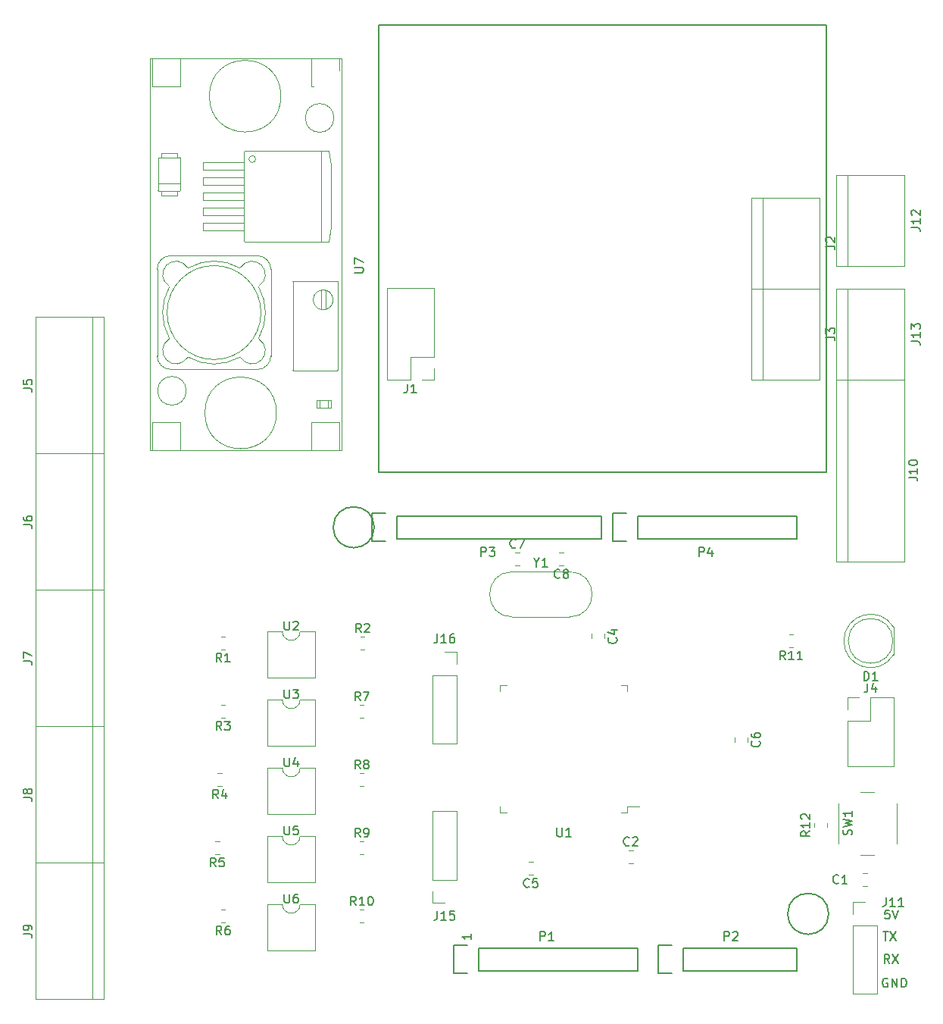
<source format=gbr>
%TF.GenerationSoftware,KiCad,Pcbnew,(5.1.12)-1*%
%TF.CreationDate,2022-07-12T11:00:18-05:00*%
%TF.ProjectId,mpe_v0.3,6d70655f-7630-42e3-932e-6b696361645f,rev?*%
%TF.SameCoordinates,Original*%
%TF.FileFunction,Legend,Top*%
%TF.FilePolarity,Positive*%
%FSLAX46Y46*%
G04 Gerber Fmt 4.6, Leading zero omitted, Abs format (unit mm)*
G04 Created by KiCad (PCBNEW (5.1.12)-1) date 2022-07-12 11:00:18*
%MOMM*%
%LPD*%
G01*
G04 APERTURE LIST*
%ADD10C,0.150000*%
%ADD11C,0.120000*%
G04 APERTURE END LIST*
D10*
X185928095Y-125992000D02*
X185832857Y-125944380D01*
X185690000Y-125944380D01*
X185547142Y-125992000D01*
X185451904Y-126087238D01*
X185404285Y-126182476D01*
X185356666Y-126372952D01*
X185356666Y-126515809D01*
X185404285Y-126706285D01*
X185451904Y-126801523D01*
X185547142Y-126896761D01*
X185690000Y-126944380D01*
X185785238Y-126944380D01*
X185928095Y-126896761D01*
X185975714Y-126849142D01*
X185975714Y-126515809D01*
X185785238Y-126515809D01*
X186404285Y-126944380D02*
X186404285Y-125944380D01*
X186975714Y-126944380D01*
X186975714Y-125944380D01*
X187451904Y-126944380D02*
X187451904Y-125944380D01*
X187690000Y-125944380D01*
X187832857Y-125992000D01*
X187928095Y-126087238D01*
X187975714Y-126182476D01*
X188023333Y-126372952D01*
X188023333Y-126515809D01*
X187975714Y-126706285D01*
X187928095Y-126801523D01*
X187832857Y-126896761D01*
X187690000Y-126944380D01*
X187451904Y-126944380D01*
X186142333Y-124277380D02*
X185809000Y-123801190D01*
X185570904Y-124277380D02*
X185570904Y-123277380D01*
X185951857Y-123277380D01*
X186047095Y-123325000D01*
X186094714Y-123372619D01*
X186142333Y-123467857D01*
X186142333Y-123610714D01*
X186094714Y-123705952D01*
X186047095Y-123753571D01*
X185951857Y-123801190D01*
X185570904Y-123801190D01*
X186475666Y-123277380D02*
X187142333Y-124277380D01*
X187142333Y-123277380D02*
X186475666Y-124277380D01*
X185420095Y-120737380D02*
X185991523Y-120737380D01*
X185705809Y-121737380D02*
X185705809Y-120737380D01*
X186229619Y-120737380D02*
X186896285Y-121737380D01*
X186896285Y-120737380D02*
X186229619Y-121737380D01*
X186118523Y-118324380D02*
X185642333Y-118324380D01*
X185594714Y-118800571D01*
X185642333Y-118752952D01*
X185737571Y-118705333D01*
X185975666Y-118705333D01*
X186070904Y-118752952D01*
X186118523Y-118800571D01*
X186166142Y-118895809D01*
X186166142Y-119133904D01*
X186118523Y-119229142D01*
X186070904Y-119276761D01*
X185975666Y-119324380D01*
X185737571Y-119324380D01*
X185642333Y-119276761D01*
X185594714Y-119229142D01*
X186451857Y-118324380D02*
X186785190Y-119324380D01*
X187118523Y-118324380D01*
X179051000Y-19450000D02*
X179051000Y-69450000D01*
X129051000Y-19450000D02*
X179051000Y-19450000D01*
X129051000Y-69450000D02*
X129051000Y-19450000D01*
X179051000Y-69450000D02*
X129051000Y-69450000D01*
X139390380Y-120999285D02*
X139390380Y-121570714D01*
X139390380Y-121285000D02*
X138390380Y-121285000D01*
X138533238Y-121380238D01*
X138628476Y-121475476D01*
X138676095Y-121570714D01*
D11*
%TO.C,C2*%
X156943248Y-113130000D02*
X157465752Y-113130000D01*
X156943248Y-111660000D02*
X157465752Y-111660000D01*
%TO.C,J16*%
X136398000Y-89475000D02*
X137728000Y-89475000D01*
X137728000Y-89475000D02*
X137728000Y-90805000D01*
X137728000Y-92075000D02*
X137728000Y-99755000D01*
X135068000Y-99755000D02*
X137728000Y-99755000D01*
X135068000Y-92075000D02*
X135068000Y-99755000D01*
X135068000Y-92075000D02*
X137728000Y-92075000D01*
%TO.C,J15*%
X137728000Y-114935000D02*
X135068000Y-114935000D01*
X137728000Y-114935000D02*
X137728000Y-107255000D01*
X137728000Y-107255000D02*
X135068000Y-107255000D01*
X135068000Y-114935000D02*
X135068000Y-107255000D01*
X135068000Y-117535000D02*
X135068000Y-116205000D01*
X136398000Y-117535000D02*
X135068000Y-117535000D01*
%TO.C,Y1*%
X143966000Y-85583000D02*
X150366000Y-85583000D01*
X143966000Y-80533000D02*
X150366000Y-80533000D01*
X150366000Y-85583000D02*
G75*
G03*
X150366000Y-80533000I0J2525000D01*
G01*
X143966000Y-85583000D02*
G75*
G02*
X143966000Y-80533000I0J2525000D01*
G01*
%TO.C,C8*%
X149718752Y-78386000D02*
X149196248Y-78386000D01*
X149718752Y-79856000D02*
X149196248Y-79856000D01*
%TO.C,C7*%
X144243248Y-79856000D02*
X144765752Y-79856000D01*
X144243248Y-78386000D02*
X144765752Y-78386000D01*
%TO.C,J11*%
X182058000Y-117415000D02*
X183388000Y-117415000D01*
X182058000Y-118745000D02*
X182058000Y-117415000D01*
X182058000Y-120015000D02*
X184718000Y-120015000D01*
X184718000Y-120015000D02*
X184718000Y-127695000D01*
X182058000Y-120015000D02*
X182058000Y-127695000D01*
X182058000Y-127695000D02*
X184718000Y-127695000D01*
%TO.C,C6*%
X168810000Y-99031248D02*
X168810000Y-99553752D01*
X170280000Y-99031248D02*
X170280000Y-99553752D01*
%TO.C,C5*%
X146289752Y-112930000D02*
X145767248Y-112930000D01*
X146289752Y-114400000D02*
X145767248Y-114400000D01*
%TO.C,C4*%
X154278000Y-87474248D02*
X154278000Y-87996752D01*
X152808000Y-87474248D02*
X152808000Y-87996752D01*
%TO.C,SW1*%
X182928000Y-112160000D02*
X184428000Y-112160000D01*
X186928000Y-110910000D02*
X186928000Y-106410000D01*
X184428000Y-105160000D02*
X182928000Y-105160000D01*
X180428000Y-106410000D02*
X180428000Y-110910000D01*
%TO.C,R12*%
X179170000Y-109082064D02*
X179170000Y-108627936D01*
X177700000Y-109082064D02*
X177700000Y-108627936D01*
%TO.C,C1*%
X183126748Y-115670000D02*
X183649252Y-115670000D01*
X183126748Y-114200000D02*
X183649252Y-114200000D01*
%TO.C,R11*%
X175360064Y-87530000D02*
X174905936Y-87530000D01*
X175360064Y-89000000D02*
X174905936Y-89000000D01*
%TO.C,D1*%
X186583000Y-89810000D02*
X186583000Y-86720000D01*
X186523000Y-88265000D02*
G75*
G03*
X186523000Y-88265000I-2500000J0D01*
G01*
X181033000Y-88265462D02*
G75*
G02*
X186583000Y-86720170I2990000J462D01*
G01*
X181033000Y-88264538D02*
G75*
G03*
X186583000Y-89809830I2990000J-462D01*
G01*
%TO.C,U1*%
X156843000Y-106740000D02*
X158133000Y-106740000D01*
X156843000Y-107440000D02*
X156843000Y-106740000D01*
X156143000Y-107440000D02*
X156843000Y-107440000D01*
X142623000Y-107440000D02*
X142623000Y-106740000D01*
X143323000Y-107440000D02*
X142623000Y-107440000D01*
X156843000Y-93220000D02*
X156843000Y-93920000D01*
X156143000Y-93220000D02*
X156843000Y-93220000D01*
X142623000Y-93220000D02*
X142623000Y-93920000D01*
X143323000Y-93220000D02*
X142623000Y-93220000D01*
%TO.C,U7*%
X121793000Y-26345000D02*
X121483000Y-26345000D01*
X124643000Y-23215000D02*
X124643000Y-24515000D01*
X121488000Y-23215000D02*
X121483000Y-26345000D01*
X106863000Y-23215000D02*
X106863000Y-26345000D01*
X106863000Y-26345000D02*
X103703000Y-26345000D01*
X103703000Y-23215000D02*
X103703000Y-26345000D01*
X124643000Y-63825000D02*
X124643000Y-66940000D01*
X121483000Y-63825000D02*
X121483000Y-66985000D01*
X121483000Y-63825000D02*
X124643000Y-63825000D01*
X106863000Y-63825000D02*
X106863000Y-66940000D01*
X103703000Y-63825000D02*
X103703000Y-66940000D01*
X103703000Y-63825000D02*
X106863000Y-63825000D01*
X115283406Y-34438179D02*
G75*
G03*
X115283406Y-34438179I-375000J0D01*
G01*
X107517000Y-60325000D02*
G75*
G03*
X107517000Y-60325000I-1599000J0D01*
G01*
X124026999Y-29845000D02*
G75*
G03*
X124026999Y-29845000I-1598999J0D01*
G01*
X115877204Y-51582397D02*
G75*
G03*
X115877204Y-51582397I-5250000J0D01*
G01*
X117607794Y-62794307D02*
G75*
G03*
X117607794Y-62794307I-4000000J0D01*
G01*
X118105582Y-27411666D02*
G75*
G03*
X118105582Y-27411666I-4000000J0D01*
G01*
X106268304Y-38047636D02*
X106362856Y-38047636D01*
X106779783Y-37176358D02*
X104479783Y-37176358D01*
X109366330Y-34775233D02*
X113996330Y-34775233D01*
X109366330Y-35615233D02*
X113996330Y-35615233D01*
X109366330Y-34775233D02*
X109366330Y-35615233D01*
X109366330Y-36475233D02*
X113996330Y-36475233D01*
X109366330Y-37315233D02*
X113996330Y-37315233D01*
X109366330Y-36475233D02*
X109366330Y-37315233D01*
X109366330Y-38175233D02*
X113996330Y-38175233D01*
X109366330Y-39015233D02*
X113996330Y-39015233D01*
X109366330Y-38175233D02*
X109366330Y-39015233D01*
X109366330Y-39875233D02*
X113996330Y-39875233D01*
X109366330Y-40715233D02*
X113996330Y-40715233D01*
X109366330Y-39875233D02*
X109366330Y-40715233D01*
X109366330Y-41575233D02*
X113996330Y-41575233D01*
X109366330Y-42415233D02*
X113996330Y-42415233D01*
X109366330Y-41575233D02*
X109366330Y-42415233D01*
X122058851Y-33514233D02*
X121897313Y-33514233D01*
X114073894Y-33515233D02*
X123425390Y-33515233D01*
X114073894Y-33515233D02*
X113996330Y-33592797D01*
X113996330Y-33592797D02*
X113996330Y-43597670D01*
X114073894Y-43675233D02*
X123425390Y-43675233D01*
X113996330Y-43597670D02*
X114073894Y-43675233D01*
X122636330Y-43675233D02*
X122636330Y-33515233D01*
X123425390Y-33515233D02*
X123716329Y-35165233D01*
X123716329Y-35165233D02*
X123716329Y-42025233D01*
X123716329Y-42025233D02*
X123425390Y-43675233D01*
X104479783Y-34246636D02*
X106779783Y-34246636D01*
X104379783Y-37946636D02*
X104379783Y-34346636D01*
X106779783Y-38046636D02*
X104479783Y-38046636D01*
X106879783Y-34346636D02*
X106879783Y-37946636D01*
X106504783Y-38496636D02*
X104754783Y-38496636D01*
X104754783Y-38496636D02*
X104754783Y-38046636D01*
X106504783Y-38046636D02*
X106504783Y-38496636D01*
X104754783Y-34246636D02*
X104754783Y-33796636D01*
X104754783Y-33796636D02*
X106504783Y-33796636D01*
X106504783Y-33796636D02*
X106504783Y-34246636D01*
X103448000Y-23210000D02*
X103448000Y-66960000D01*
X124898000Y-23210000D02*
X103448000Y-23210000D01*
X124898000Y-66960000D02*
X124898000Y-23210000D01*
X103448000Y-66960000D02*
X124898000Y-66960000D01*
X123682704Y-62213681D02*
X123682704Y-61413681D01*
X123362704Y-61413681D02*
X123362704Y-62213681D01*
X115477204Y-45232397D02*
X105777204Y-45232397D01*
X116977204Y-56432397D02*
X116977204Y-46732397D01*
X105777204Y-57932397D02*
X115477204Y-57932397D01*
X104277204Y-46732397D02*
X104277204Y-56432397D01*
X122580706Y-49125553D02*
X122580706Y-51204014D01*
X123080705Y-51204014D02*
X123080705Y-49125553D01*
X123112100Y-49101385D02*
X123080705Y-49125553D01*
X123055706Y-49113594D02*
X123080705Y-49125553D01*
X123055706Y-49113594D02*
X123060938Y-49089147D01*
X123055706Y-49113594D02*
X123086925Y-49120764D01*
X124430705Y-48114783D02*
X124430705Y-58014783D01*
X119480706Y-48064783D02*
X124380705Y-48064783D01*
X119430706Y-58014783D02*
X119430706Y-48114783D01*
X124380705Y-58064783D02*
X119480706Y-58064783D01*
X124431705Y-56623978D02*
X124431705Y-56579106D01*
X124431705Y-56707312D02*
X124431705Y-56673357D01*
X122402705Y-62213681D02*
X122402705Y-61413681D01*
X122082705Y-62213681D02*
X122082705Y-61413681D01*
X123682704Y-62213681D02*
X122082705Y-62213681D01*
X122082705Y-61413681D02*
X123682704Y-61413681D01*
X104379783Y-34346636D02*
G75*
G02*
X104479783Y-34246636I100000J0D01*
G01*
X104479783Y-38046636D02*
G75*
G02*
X104379783Y-37946636I0J100000D01*
G01*
X106879783Y-37946636D02*
G75*
G02*
X106779783Y-38046636I-100000J0D01*
G01*
X106779783Y-34246636D02*
G75*
G02*
X106879783Y-34346636I0J-100000D01*
G01*
X113462816Y-56584577D02*
G75*
G02*
X113596989Y-56618662I49316J-86994D01*
G01*
X105625024Y-54418011D02*
G75*
G02*
X105625024Y-48746783I5002180J2835614D01*
G01*
X107657418Y-56618663D02*
G75*
G02*
X107791590Y-56584576I84857J-52908D01*
G01*
X113462817Y-56584576D02*
G75*
G02*
X107791590Y-56584576I-2835613J5002179D01*
G01*
X105777204Y-57932397D02*
G75*
G02*
X104277204Y-56432397I0J1500000D01*
G01*
X115663469Y-54552183D02*
G75*
G02*
X113596989Y-56618662I-793625J-1272855D01*
G01*
X105590938Y-48612611D02*
G75*
G02*
X105625024Y-48746783I-52908J-84857D01*
G01*
X115477204Y-45232397D02*
G75*
G02*
X116977204Y-46732397I0J-1500000D01*
G01*
X116977204Y-56432397D02*
G75*
G02*
X115477204Y-57932397I-1500000J0D01*
G01*
X104277204Y-46732397D02*
G75*
G02*
X105777204Y-45232397I1500000J0D01*
G01*
X105625025Y-54418011D02*
G75*
G02*
X105590938Y-54552183I-86995J-49315D01*
G01*
X105590938Y-48612611D02*
G75*
G02*
X107657418Y-46546132I793625J1272855D01*
G01*
X107791590Y-46580218D02*
G75*
G02*
X113462817Y-46580218I2835614J-5002179D01*
G01*
X115629383Y-48746784D02*
G75*
G02*
X115629383Y-54418011I-5002179J-2835613D01*
G01*
X107657418Y-56618662D02*
G75*
G02*
X105590938Y-54552183I-1272855J793624D01*
G01*
X113596989Y-46546132D02*
G75*
G02*
X115663469Y-48612611I1272855J-793624D01*
G01*
X115629382Y-48746783D02*
G75*
G02*
X115663469Y-48612611I86995J49315D01*
G01*
X113596989Y-46546131D02*
G75*
G02*
X113462817Y-46580218I-84857J52908D01*
G01*
X107791591Y-46580217D02*
G75*
G02*
X107657418Y-46546132I-49316J86994D01*
G01*
X115663469Y-54552183D02*
G75*
G02*
X115629383Y-54418011I52908J84857D01*
G01*
X122600473Y-49089147D02*
G75*
G02*
X122549310Y-49101385I230233J-1075636D01*
G01*
X119480706Y-58064783D02*
G75*
G02*
X119430706Y-58014783I0J50000D01*
G01*
X124380705Y-48064783D02*
G75*
G02*
X124430705Y-48114783I0J-50000D01*
G01*
X119430706Y-48114783D02*
G75*
G02*
X119480706Y-48064783I50000J0D01*
G01*
X124430705Y-58014783D02*
G75*
G02*
X124380705Y-58064783I-50000J0D01*
G01*
%TO.C,J13*%
X181483000Y-59055000D02*
X181483000Y-48895000D01*
X180213000Y-59055000D02*
X187833000Y-59055000D01*
X187833000Y-59055000D02*
X187833000Y-48895000D01*
X187833000Y-48895000D02*
X180213000Y-48895000D01*
X180213000Y-48895000D02*
X180213000Y-59055000D01*
%TO.C,J12*%
X181483000Y-46355000D02*
X181483000Y-36195000D01*
X180213000Y-46355000D02*
X187833000Y-46355000D01*
X187833000Y-46355000D02*
X187833000Y-36195000D01*
X187833000Y-36195000D02*
X180213000Y-36195000D01*
X180213000Y-36195000D02*
X180213000Y-46355000D01*
%TO.C,U6*%
X121903000Y-117669000D02*
X120253000Y-117669000D01*
X121903000Y-122869000D02*
X121903000Y-117669000D01*
X116603000Y-122869000D02*
X121903000Y-122869000D01*
X116603000Y-117669000D02*
X116603000Y-122869000D01*
X118253000Y-117669000D02*
X116603000Y-117669000D01*
X120253000Y-117669000D02*
G75*
G02*
X118253000Y-117669000I-1000000J0D01*
G01*
%TO.C,U5*%
X121903000Y-110049000D02*
X120253000Y-110049000D01*
X121903000Y-115249000D02*
X121903000Y-110049000D01*
X116603000Y-115249000D02*
X121903000Y-115249000D01*
X116603000Y-110049000D02*
X116603000Y-115249000D01*
X118253000Y-110049000D02*
X116603000Y-110049000D01*
X120253000Y-110049000D02*
G75*
G02*
X118253000Y-110049000I-1000000J0D01*
G01*
%TO.C,U4*%
X121903000Y-102429000D02*
X120253000Y-102429000D01*
X121903000Y-107629000D02*
X121903000Y-102429000D01*
X116603000Y-107629000D02*
X121903000Y-107629000D01*
X116603000Y-102429000D02*
X116603000Y-107629000D01*
X118253000Y-102429000D02*
X116603000Y-102429000D01*
X120253000Y-102429000D02*
G75*
G02*
X118253000Y-102429000I-1000000J0D01*
G01*
%TO.C,U3*%
X121903000Y-94809000D02*
X120253000Y-94809000D01*
X121903000Y-100009000D02*
X121903000Y-94809000D01*
X116603000Y-100009000D02*
X121903000Y-100009000D01*
X116603000Y-94809000D02*
X116603000Y-100009000D01*
X118253000Y-94809000D02*
X116603000Y-94809000D01*
X120253000Y-94809000D02*
G75*
G02*
X118253000Y-94809000I-1000000J0D01*
G01*
%TO.C,U2*%
X121903000Y-87189000D02*
X120253000Y-87189000D01*
X121903000Y-92389000D02*
X121903000Y-87189000D01*
X116603000Y-92389000D02*
X121903000Y-92389000D01*
X116603000Y-87189000D02*
X116603000Y-92389000D01*
X118253000Y-87189000D02*
X116603000Y-87189000D01*
X120253000Y-87189000D02*
G75*
G02*
X118253000Y-87189000I-1000000J0D01*
G01*
%TO.C,R10*%
X126915936Y-118264000D02*
X127370064Y-118264000D01*
X126915936Y-119734000D02*
X127370064Y-119734000D01*
%TO.C,R9*%
X126915936Y-110644000D02*
X127370064Y-110644000D01*
X126915936Y-112114000D02*
X127370064Y-112114000D01*
%TO.C,R8*%
X126915936Y-103024000D02*
X127370064Y-103024000D01*
X126915936Y-104494000D02*
X127370064Y-104494000D01*
%TO.C,R7*%
X126915936Y-95404000D02*
X127370064Y-95404000D01*
X126915936Y-96874000D02*
X127370064Y-96874000D01*
%TO.C,R6*%
X111860064Y-119734000D02*
X111405936Y-119734000D01*
X111860064Y-118264000D02*
X111405936Y-118264000D01*
%TO.C,R5*%
X111225064Y-112114000D02*
X110770936Y-112114000D01*
X111225064Y-110644000D02*
X110770936Y-110644000D01*
%TO.C,R4*%
X111495064Y-104494000D02*
X111040936Y-104494000D01*
X111495064Y-103024000D02*
X111040936Y-103024000D01*
%TO.C,R3*%
X111860064Y-96874000D02*
X111405936Y-96874000D01*
X111860064Y-95404000D02*
X111405936Y-95404000D01*
%TO.C,R2*%
X127010936Y-87784000D02*
X127465064Y-87784000D01*
X127010936Y-89254000D02*
X127465064Y-89254000D01*
%TO.C,R1*%
X111860064Y-89254000D02*
X111405936Y-89254000D01*
X111860064Y-87784000D02*
X111405936Y-87784000D01*
%TO.C,J10*%
X187833000Y-59055000D02*
X180213000Y-59055000D01*
X180213000Y-79375000D02*
X187833000Y-79375000D01*
X181483000Y-79375000D02*
X181483000Y-59055000D01*
X187833000Y-59055000D02*
X187833000Y-79375000D01*
X180213000Y-59055000D02*
X180213000Y-79375000D01*
%TO.C,J9*%
X98298000Y-128270000D02*
X98298000Y-113030000D01*
X90678000Y-128270000D02*
X90678000Y-113030000D01*
X97028000Y-128270000D02*
X97028000Y-113030000D01*
X98298000Y-113030000D02*
X90678000Y-113030000D01*
X98298000Y-128270000D02*
X90678000Y-128270000D01*
%TO.C,J8*%
X98298000Y-113030000D02*
X98298000Y-97790000D01*
X90678000Y-113030000D02*
X90678000Y-97790000D01*
X97028000Y-113030000D02*
X97028000Y-97790000D01*
X98298000Y-97790000D02*
X90678000Y-97790000D01*
X98298000Y-113030000D02*
X90678000Y-113030000D01*
%TO.C,J7*%
X98298000Y-97790000D02*
X98298000Y-82550000D01*
X90678000Y-97790000D02*
X90678000Y-82550000D01*
X97028000Y-97790000D02*
X97028000Y-82550000D01*
X98298000Y-82550000D02*
X90678000Y-82550000D01*
X98298000Y-97790000D02*
X90678000Y-97790000D01*
%TO.C,J6*%
X98298000Y-82550000D02*
X98298000Y-67310000D01*
X90678000Y-82550000D02*
X90678000Y-67310000D01*
X97028000Y-82550000D02*
X97028000Y-67310000D01*
X98298000Y-67310000D02*
X90678000Y-67310000D01*
X98298000Y-82550000D02*
X90678000Y-82550000D01*
%TO.C,J5*%
X98298000Y-67310000D02*
X98298000Y-52070000D01*
X90678000Y-67310000D02*
X90678000Y-52070000D01*
X97028000Y-67310000D02*
X97028000Y-52070000D01*
X98298000Y-52070000D02*
X90678000Y-52070000D01*
X98298000Y-67310000D02*
X90678000Y-67310000D01*
%TO.C,J4*%
X181423000Y-94555000D02*
X182753000Y-94555000D01*
X181423000Y-95885000D02*
X181423000Y-94555000D01*
X184023000Y-94555000D02*
X186623000Y-94555000D01*
X184023000Y-97155000D02*
X184023000Y-94555000D01*
X181423000Y-97155000D02*
X184023000Y-97155000D01*
X186623000Y-94555000D02*
X186623000Y-102295000D01*
X181423000Y-97155000D02*
X181423000Y-102295000D01*
X181423000Y-102295000D02*
X186623000Y-102295000D01*
%TO.C,J3*%
X170688000Y-48895000D02*
X170688000Y-59055000D01*
X178308000Y-48895000D02*
X170688000Y-48895000D01*
X178308000Y-59055000D02*
X178308000Y-48895000D01*
X170688000Y-59055000D02*
X178308000Y-59055000D01*
X171958000Y-59055000D02*
X171958000Y-48895000D01*
%TO.C,J2*%
X170688000Y-38735000D02*
X170688000Y-48895000D01*
X178308000Y-38735000D02*
X170688000Y-38735000D01*
X178308000Y-48895000D02*
X178308000Y-38735000D01*
X170688000Y-48895000D02*
X178308000Y-48895000D01*
X171958000Y-48895000D02*
X171958000Y-38735000D01*
%TO.C,J1*%
X135188000Y-59115000D02*
X133858000Y-59115000D01*
X135188000Y-57785000D02*
X135188000Y-59115000D01*
X132588000Y-59115000D02*
X129988000Y-59115000D01*
X132588000Y-56515000D02*
X132588000Y-59115000D01*
X135188000Y-56515000D02*
X132588000Y-56515000D01*
X129988000Y-59115000D02*
X129988000Y-48835000D01*
X135188000Y-56515000D02*
X135188000Y-48835000D01*
X135188000Y-48835000D02*
X129988000Y-48835000D01*
D10*
%TO.C,P1*%
X140208000Y-125095000D02*
X157988000Y-125095000D01*
X157988000Y-125095000D02*
X157988000Y-122555000D01*
X157988000Y-122555000D02*
X140208000Y-122555000D01*
X137388000Y-125375000D02*
X138938000Y-125375000D01*
X140208000Y-125095000D02*
X140208000Y-122555000D01*
X138938000Y-122275000D02*
X137388000Y-122275000D01*
X137388000Y-122275000D02*
X137388000Y-125375000D01*
%TO.C,P2*%
X163068000Y-125095000D02*
X175768000Y-125095000D01*
X175768000Y-125095000D02*
X175768000Y-122555000D01*
X175768000Y-122555000D02*
X163068000Y-122555000D01*
X160248000Y-125375000D02*
X161798000Y-125375000D01*
X163068000Y-125095000D02*
X163068000Y-122555000D01*
X161798000Y-122275000D02*
X160248000Y-122275000D01*
X160248000Y-122275000D02*
X160248000Y-125375000D01*
%TO.C,P3*%
X131064000Y-76835000D02*
X153924000Y-76835000D01*
X153924000Y-76835000D02*
X153924000Y-74295000D01*
X153924000Y-74295000D02*
X131064000Y-74295000D01*
X128244000Y-77115000D02*
X129794000Y-77115000D01*
X131064000Y-76835000D02*
X131064000Y-74295000D01*
X129794000Y-74015000D02*
X128244000Y-74015000D01*
X128244000Y-74015000D02*
X128244000Y-77115000D01*
%TO.C,P4*%
X157988000Y-76835000D02*
X175768000Y-76835000D01*
X175768000Y-76835000D02*
X175768000Y-74295000D01*
X175768000Y-74295000D02*
X157988000Y-74295000D01*
X155168000Y-77115000D02*
X156718000Y-77115000D01*
X157988000Y-76835000D02*
X157988000Y-74295000D01*
X156718000Y-74015000D02*
X155168000Y-74015000D01*
X155168000Y-74015000D02*
X155168000Y-77115000D01*
%TO.C,P6*%
X179324000Y-118745000D02*
G75*
G03*
X179324000Y-118745000I-2286000J0D01*
G01*
%TO.C,P7*%
X128524000Y-75565000D02*
G75*
G03*
X128524000Y-75565000I-2286000J0D01*
G01*
%TO.C,C2*%
X157037833Y-111072142D02*
X156990214Y-111119761D01*
X156847357Y-111167380D01*
X156752119Y-111167380D01*
X156609261Y-111119761D01*
X156514023Y-111024523D01*
X156466404Y-110929285D01*
X156418785Y-110738809D01*
X156418785Y-110595952D01*
X156466404Y-110405476D01*
X156514023Y-110310238D01*
X156609261Y-110215000D01*
X156752119Y-110167380D01*
X156847357Y-110167380D01*
X156990214Y-110215000D01*
X157037833Y-110262619D01*
X157418785Y-110262619D02*
X157466404Y-110215000D01*
X157561642Y-110167380D01*
X157799738Y-110167380D01*
X157894976Y-110215000D01*
X157942595Y-110262619D01*
X157990214Y-110357857D01*
X157990214Y-110453095D01*
X157942595Y-110595952D01*
X157371166Y-111167380D01*
X157990214Y-111167380D01*
%TO.C,J16*%
X135588476Y-87487380D02*
X135588476Y-88201666D01*
X135540857Y-88344523D01*
X135445619Y-88439761D01*
X135302761Y-88487380D01*
X135207523Y-88487380D01*
X136588476Y-88487380D02*
X136017047Y-88487380D01*
X136302761Y-88487380D02*
X136302761Y-87487380D01*
X136207523Y-87630238D01*
X136112285Y-87725476D01*
X136017047Y-87773095D01*
X137445619Y-87487380D02*
X137255142Y-87487380D01*
X137159904Y-87535000D01*
X137112285Y-87582619D01*
X137017047Y-87725476D01*
X136969428Y-87915952D01*
X136969428Y-88296904D01*
X137017047Y-88392142D01*
X137064666Y-88439761D01*
X137159904Y-88487380D01*
X137350380Y-88487380D01*
X137445619Y-88439761D01*
X137493238Y-88392142D01*
X137540857Y-88296904D01*
X137540857Y-88058809D01*
X137493238Y-87963571D01*
X137445619Y-87915952D01*
X137350380Y-87868333D01*
X137159904Y-87868333D01*
X137064666Y-87915952D01*
X137017047Y-87963571D01*
X136969428Y-88058809D01*
%TO.C,J15*%
X135588476Y-118427380D02*
X135588476Y-119141666D01*
X135540857Y-119284523D01*
X135445619Y-119379761D01*
X135302761Y-119427380D01*
X135207523Y-119427380D01*
X136588476Y-119427380D02*
X136017047Y-119427380D01*
X136302761Y-119427380D02*
X136302761Y-118427380D01*
X136207523Y-118570238D01*
X136112285Y-118665476D01*
X136017047Y-118713095D01*
X137493238Y-118427380D02*
X137017047Y-118427380D01*
X136969428Y-118903571D01*
X137017047Y-118855952D01*
X137112285Y-118808333D01*
X137350380Y-118808333D01*
X137445619Y-118855952D01*
X137493238Y-118903571D01*
X137540857Y-118998809D01*
X137540857Y-119236904D01*
X137493238Y-119332142D01*
X137445619Y-119379761D01*
X137350380Y-119427380D01*
X137112285Y-119427380D01*
X137017047Y-119379761D01*
X136969428Y-119332142D01*
%TO.C,Y1*%
X146689809Y-79509190D02*
X146689809Y-79985380D01*
X146356476Y-78985380D02*
X146689809Y-79509190D01*
X147023142Y-78985380D01*
X147880285Y-79985380D02*
X147308857Y-79985380D01*
X147594571Y-79985380D02*
X147594571Y-78985380D01*
X147499333Y-79128238D01*
X147404095Y-79223476D01*
X147308857Y-79271095D01*
%TO.C,C8*%
X149290833Y-81158142D02*
X149243214Y-81205761D01*
X149100357Y-81253380D01*
X149005119Y-81253380D01*
X148862261Y-81205761D01*
X148767023Y-81110523D01*
X148719404Y-81015285D01*
X148671785Y-80824809D01*
X148671785Y-80681952D01*
X148719404Y-80491476D01*
X148767023Y-80396238D01*
X148862261Y-80301000D01*
X149005119Y-80253380D01*
X149100357Y-80253380D01*
X149243214Y-80301000D01*
X149290833Y-80348619D01*
X149862261Y-80681952D02*
X149767023Y-80634333D01*
X149719404Y-80586714D01*
X149671785Y-80491476D01*
X149671785Y-80443857D01*
X149719404Y-80348619D01*
X149767023Y-80301000D01*
X149862261Y-80253380D01*
X150052738Y-80253380D01*
X150147976Y-80301000D01*
X150195595Y-80348619D01*
X150243214Y-80443857D01*
X150243214Y-80491476D01*
X150195595Y-80586714D01*
X150147976Y-80634333D01*
X150052738Y-80681952D01*
X149862261Y-80681952D01*
X149767023Y-80729571D01*
X149719404Y-80777190D01*
X149671785Y-80872428D01*
X149671785Y-81062904D01*
X149719404Y-81158142D01*
X149767023Y-81205761D01*
X149862261Y-81253380D01*
X150052738Y-81253380D01*
X150147976Y-81205761D01*
X150195595Y-81158142D01*
X150243214Y-81062904D01*
X150243214Y-80872428D01*
X150195595Y-80777190D01*
X150147976Y-80729571D01*
X150052738Y-80681952D01*
%TO.C,C7*%
X144337833Y-77798142D02*
X144290214Y-77845761D01*
X144147357Y-77893380D01*
X144052119Y-77893380D01*
X143909261Y-77845761D01*
X143814023Y-77750523D01*
X143766404Y-77655285D01*
X143718785Y-77464809D01*
X143718785Y-77321952D01*
X143766404Y-77131476D01*
X143814023Y-77036238D01*
X143909261Y-76941000D01*
X144052119Y-76893380D01*
X144147357Y-76893380D01*
X144290214Y-76941000D01*
X144337833Y-76988619D01*
X144671166Y-76893380D02*
X145337833Y-76893380D01*
X144909261Y-77893380D01*
%TO.C,J11*%
X185753476Y-116927380D02*
X185753476Y-117641666D01*
X185705857Y-117784523D01*
X185610619Y-117879761D01*
X185467761Y-117927380D01*
X185372523Y-117927380D01*
X186753476Y-117927380D02*
X186182047Y-117927380D01*
X186467761Y-117927380D02*
X186467761Y-116927380D01*
X186372523Y-117070238D01*
X186277285Y-117165476D01*
X186182047Y-117213095D01*
X187705857Y-117927380D02*
X187134428Y-117927380D01*
X187420142Y-117927380D02*
X187420142Y-116927380D01*
X187324904Y-117070238D01*
X187229666Y-117165476D01*
X187134428Y-117213095D01*
%TO.C,C6*%
X171582142Y-99459166D02*
X171629761Y-99506785D01*
X171677380Y-99649642D01*
X171677380Y-99744880D01*
X171629761Y-99887738D01*
X171534523Y-99982976D01*
X171439285Y-100030595D01*
X171248809Y-100078214D01*
X171105952Y-100078214D01*
X170915476Y-100030595D01*
X170820238Y-99982976D01*
X170725000Y-99887738D01*
X170677380Y-99744880D01*
X170677380Y-99649642D01*
X170725000Y-99506785D01*
X170772619Y-99459166D01*
X170677380Y-98602023D02*
X170677380Y-98792500D01*
X170725000Y-98887738D01*
X170772619Y-98935357D01*
X170915476Y-99030595D01*
X171105952Y-99078214D01*
X171486904Y-99078214D01*
X171582142Y-99030595D01*
X171629761Y-98982976D01*
X171677380Y-98887738D01*
X171677380Y-98697261D01*
X171629761Y-98602023D01*
X171582142Y-98554404D01*
X171486904Y-98506785D01*
X171248809Y-98506785D01*
X171153571Y-98554404D01*
X171105952Y-98602023D01*
X171058333Y-98697261D01*
X171058333Y-98887738D01*
X171105952Y-98982976D01*
X171153571Y-99030595D01*
X171248809Y-99078214D01*
%TO.C,C5*%
X145861833Y-115702142D02*
X145814214Y-115749761D01*
X145671357Y-115797380D01*
X145576119Y-115797380D01*
X145433261Y-115749761D01*
X145338023Y-115654523D01*
X145290404Y-115559285D01*
X145242785Y-115368809D01*
X145242785Y-115225952D01*
X145290404Y-115035476D01*
X145338023Y-114940238D01*
X145433261Y-114845000D01*
X145576119Y-114797380D01*
X145671357Y-114797380D01*
X145814214Y-114845000D01*
X145861833Y-114892619D01*
X146766595Y-114797380D02*
X146290404Y-114797380D01*
X146242785Y-115273571D01*
X146290404Y-115225952D01*
X146385642Y-115178333D01*
X146623738Y-115178333D01*
X146718976Y-115225952D01*
X146766595Y-115273571D01*
X146814214Y-115368809D01*
X146814214Y-115606904D01*
X146766595Y-115702142D01*
X146718976Y-115749761D01*
X146623738Y-115797380D01*
X146385642Y-115797380D01*
X146290404Y-115749761D01*
X146242785Y-115702142D01*
%TO.C,C4*%
X155580142Y-87902166D02*
X155627761Y-87949785D01*
X155675380Y-88092642D01*
X155675380Y-88187880D01*
X155627761Y-88330738D01*
X155532523Y-88425976D01*
X155437285Y-88473595D01*
X155246809Y-88521214D01*
X155103952Y-88521214D01*
X154913476Y-88473595D01*
X154818238Y-88425976D01*
X154723000Y-88330738D01*
X154675380Y-88187880D01*
X154675380Y-88092642D01*
X154723000Y-87949785D01*
X154770619Y-87902166D01*
X155008714Y-87045023D02*
X155675380Y-87045023D01*
X154627761Y-87283119D02*
X155342047Y-87521214D01*
X155342047Y-86902166D01*
%TO.C,SW1*%
X181887761Y-109918333D02*
X181935380Y-109775476D01*
X181935380Y-109537380D01*
X181887761Y-109442142D01*
X181840142Y-109394523D01*
X181744904Y-109346904D01*
X181649666Y-109346904D01*
X181554428Y-109394523D01*
X181506809Y-109442142D01*
X181459190Y-109537380D01*
X181411571Y-109727857D01*
X181363952Y-109823095D01*
X181316333Y-109870714D01*
X181221095Y-109918333D01*
X181125857Y-109918333D01*
X181030619Y-109870714D01*
X180983000Y-109823095D01*
X180935380Y-109727857D01*
X180935380Y-109489761D01*
X180983000Y-109346904D01*
X180935380Y-109013571D02*
X181935380Y-108775476D01*
X181221095Y-108585000D01*
X181935380Y-108394523D01*
X180935380Y-108156428D01*
X181935380Y-107251666D02*
X181935380Y-107823095D01*
X181935380Y-107537380D02*
X180935380Y-107537380D01*
X181078238Y-107632619D01*
X181173476Y-107727857D01*
X181221095Y-107823095D01*
%TO.C,R12*%
X177237380Y-109497857D02*
X176761190Y-109831190D01*
X177237380Y-110069285D02*
X176237380Y-110069285D01*
X176237380Y-109688333D01*
X176285000Y-109593095D01*
X176332619Y-109545476D01*
X176427857Y-109497857D01*
X176570714Y-109497857D01*
X176665952Y-109545476D01*
X176713571Y-109593095D01*
X176761190Y-109688333D01*
X176761190Y-110069285D01*
X177237380Y-108545476D02*
X177237380Y-109116904D01*
X177237380Y-108831190D02*
X176237380Y-108831190D01*
X176380238Y-108926428D01*
X176475476Y-109021666D01*
X176523095Y-109116904D01*
X176332619Y-108164523D02*
X176285000Y-108116904D01*
X176237380Y-108021666D01*
X176237380Y-107783571D01*
X176285000Y-107688333D01*
X176332619Y-107640714D01*
X176427857Y-107593095D01*
X176523095Y-107593095D01*
X176665952Y-107640714D01*
X177237380Y-108212142D01*
X177237380Y-107593095D01*
%TO.C,C1*%
X180448833Y-115292142D02*
X180401214Y-115339761D01*
X180258357Y-115387380D01*
X180163119Y-115387380D01*
X180020261Y-115339761D01*
X179925023Y-115244523D01*
X179877404Y-115149285D01*
X179829785Y-114958809D01*
X179829785Y-114815952D01*
X179877404Y-114625476D01*
X179925023Y-114530238D01*
X180020261Y-114435000D01*
X180163119Y-114387380D01*
X180258357Y-114387380D01*
X180401214Y-114435000D01*
X180448833Y-114482619D01*
X181401214Y-115387380D02*
X180829785Y-115387380D01*
X181115500Y-115387380D02*
X181115500Y-114387380D01*
X181020261Y-114530238D01*
X180925023Y-114625476D01*
X180829785Y-114673095D01*
%TO.C,R11*%
X174490142Y-90367380D02*
X174156809Y-89891190D01*
X173918714Y-90367380D02*
X173918714Y-89367380D01*
X174299666Y-89367380D01*
X174394904Y-89415000D01*
X174442523Y-89462619D01*
X174490142Y-89557857D01*
X174490142Y-89700714D01*
X174442523Y-89795952D01*
X174394904Y-89843571D01*
X174299666Y-89891190D01*
X173918714Y-89891190D01*
X175442523Y-90367380D02*
X174871095Y-90367380D01*
X175156809Y-90367380D02*
X175156809Y-89367380D01*
X175061571Y-89510238D01*
X174966333Y-89605476D01*
X174871095Y-89653095D01*
X176394904Y-90367380D02*
X175823476Y-90367380D01*
X176109190Y-90367380D02*
X176109190Y-89367380D01*
X176013952Y-89510238D01*
X175918714Y-89605476D01*
X175823476Y-89653095D01*
%TO.C,D1*%
X183284904Y-92677380D02*
X183284904Y-91677380D01*
X183523000Y-91677380D01*
X183665857Y-91725000D01*
X183761095Y-91820238D01*
X183808714Y-91915476D01*
X183856333Y-92105952D01*
X183856333Y-92248809D01*
X183808714Y-92439285D01*
X183761095Y-92534523D01*
X183665857Y-92629761D01*
X183523000Y-92677380D01*
X183284904Y-92677380D01*
X184808714Y-92677380D02*
X184237285Y-92677380D01*
X184523000Y-92677380D02*
X184523000Y-91677380D01*
X184427761Y-91820238D01*
X184332523Y-91915476D01*
X184237285Y-91963095D01*
%TO.C,U1*%
X148971095Y-109132380D02*
X148971095Y-109941904D01*
X149018714Y-110037142D01*
X149066333Y-110084761D01*
X149161571Y-110132380D01*
X149352047Y-110132380D01*
X149447285Y-110084761D01*
X149494904Y-110037142D01*
X149542523Y-109941904D01*
X149542523Y-109132380D01*
X150542523Y-110132380D02*
X149971095Y-110132380D01*
X150256809Y-110132380D02*
X150256809Y-109132380D01*
X150161571Y-109275238D01*
X150066333Y-109370476D01*
X149971095Y-109418095D01*
%TO.C,U7*%
X126325380Y-47116904D02*
X127134904Y-47116904D01*
X127230142Y-47069285D01*
X127277761Y-47021666D01*
X127325380Y-46926428D01*
X127325380Y-46735952D01*
X127277761Y-46640714D01*
X127230142Y-46593095D01*
X127134904Y-46545476D01*
X126325380Y-46545476D01*
X126325380Y-46164523D02*
X126325380Y-45497857D01*
X127325380Y-45926428D01*
%TO.C,J13*%
X188555380Y-54784523D02*
X189269666Y-54784523D01*
X189412523Y-54832142D01*
X189507761Y-54927380D01*
X189555380Y-55070238D01*
X189555380Y-55165476D01*
X189555380Y-53784523D02*
X189555380Y-54355952D01*
X189555380Y-54070238D02*
X188555380Y-54070238D01*
X188698238Y-54165476D01*
X188793476Y-54260714D01*
X188841095Y-54355952D01*
X188555380Y-53451190D02*
X188555380Y-52832142D01*
X188936333Y-53165476D01*
X188936333Y-53022619D01*
X188983952Y-52927380D01*
X189031571Y-52879761D01*
X189126809Y-52832142D01*
X189364904Y-52832142D01*
X189460142Y-52879761D01*
X189507761Y-52927380D01*
X189555380Y-53022619D01*
X189555380Y-53308333D01*
X189507761Y-53403571D01*
X189460142Y-53451190D01*
%TO.C,J12*%
X188555380Y-42084523D02*
X189269666Y-42084523D01*
X189412523Y-42132142D01*
X189507761Y-42227380D01*
X189555380Y-42370238D01*
X189555380Y-42465476D01*
X189555380Y-41084523D02*
X189555380Y-41655952D01*
X189555380Y-41370238D02*
X188555380Y-41370238D01*
X188698238Y-41465476D01*
X188793476Y-41560714D01*
X188841095Y-41655952D01*
X188650619Y-40703571D02*
X188603000Y-40655952D01*
X188555380Y-40560714D01*
X188555380Y-40322619D01*
X188603000Y-40227380D01*
X188650619Y-40179761D01*
X188745857Y-40132142D01*
X188841095Y-40132142D01*
X188983952Y-40179761D01*
X189555380Y-40751190D01*
X189555380Y-40132142D01*
%TO.C,U6*%
X118491095Y-116546380D02*
X118491095Y-117355904D01*
X118538714Y-117451142D01*
X118586333Y-117498761D01*
X118681571Y-117546380D01*
X118872047Y-117546380D01*
X118967285Y-117498761D01*
X119014904Y-117451142D01*
X119062523Y-117355904D01*
X119062523Y-116546380D01*
X119967285Y-116546380D02*
X119776809Y-116546380D01*
X119681571Y-116594000D01*
X119633952Y-116641619D01*
X119538714Y-116784476D01*
X119491095Y-116974952D01*
X119491095Y-117355904D01*
X119538714Y-117451142D01*
X119586333Y-117498761D01*
X119681571Y-117546380D01*
X119872047Y-117546380D01*
X119967285Y-117498761D01*
X120014904Y-117451142D01*
X120062523Y-117355904D01*
X120062523Y-117117809D01*
X120014904Y-117022571D01*
X119967285Y-116974952D01*
X119872047Y-116927333D01*
X119681571Y-116927333D01*
X119586333Y-116974952D01*
X119538714Y-117022571D01*
X119491095Y-117117809D01*
%TO.C,U5*%
X118491095Y-108926380D02*
X118491095Y-109735904D01*
X118538714Y-109831142D01*
X118586333Y-109878761D01*
X118681571Y-109926380D01*
X118872047Y-109926380D01*
X118967285Y-109878761D01*
X119014904Y-109831142D01*
X119062523Y-109735904D01*
X119062523Y-108926380D01*
X120014904Y-108926380D02*
X119538714Y-108926380D01*
X119491095Y-109402571D01*
X119538714Y-109354952D01*
X119633952Y-109307333D01*
X119872047Y-109307333D01*
X119967285Y-109354952D01*
X120014904Y-109402571D01*
X120062523Y-109497809D01*
X120062523Y-109735904D01*
X120014904Y-109831142D01*
X119967285Y-109878761D01*
X119872047Y-109926380D01*
X119633952Y-109926380D01*
X119538714Y-109878761D01*
X119491095Y-109831142D01*
%TO.C,U4*%
X118491095Y-101306380D02*
X118491095Y-102115904D01*
X118538714Y-102211142D01*
X118586333Y-102258761D01*
X118681571Y-102306380D01*
X118872047Y-102306380D01*
X118967285Y-102258761D01*
X119014904Y-102211142D01*
X119062523Y-102115904D01*
X119062523Y-101306380D01*
X119967285Y-101639714D02*
X119967285Y-102306380D01*
X119729190Y-101258761D02*
X119491095Y-101973047D01*
X120110142Y-101973047D01*
%TO.C,U3*%
X118491095Y-93686380D02*
X118491095Y-94495904D01*
X118538714Y-94591142D01*
X118586333Y-94638761D01*
X118681571Y-94686380D01*
X118872047Y-94686380D01*
X118967285Y-94638761D01*
X119014904Y-94591142D01*
X119062523Y-94495904D01*
X119062523Y-93686380D01*
X119443476Y-93686380D02*
X120062523Y-93686380D01*
X119729190Y-94067333D01*
X119872047Y-94067333D01*
X119967285Y-94114952D01*
X120014904Y-94162571D01*
X120062523Y-94257809D01*
X120062523Y-94495904D01*
X120014904Y-94591142D01*
X119967285Y-94638761D01*
X119872047Y-94686380D01*
X119586333Y-94686380D01*
X119491095Y-94638761D01*
X119443476Y-94591142D01*
%TO.C,U2*%
X118491095Y-86066380D02*
X118491095Y-86875904D01*
X118538714Y-86971142D01*
X118586333Y-87018761D01*
X118681571Y-87066380D01*
X118872047Y-87066380D01*
X118967285Y-87018761D01*
X119014904Y-86971142D01*
X119062523Y-86875904D01*
X119062523Y-86066380D01*
X119491095Y-86161619D02*
X119538714Y-86114000D01*
X119633952Y-86066380D01*
X119872047Y-86066380D01*
X119967285Y-86114000D01*
X120014904Y-86161619D01*
X120062523Y-86256857D01*
X120062523Y-86352095D01*
X120014904Y-86494952D01*
X119443476Y-87066380D01*
X120062523Y-87066380D01*
%TO.C,R10*%
X126500142Y-117801380D02*
X126166809Y-117325190D01*
X125928714Y-117801380D02*
X125928714Y-116801380D01*
X126309666Y-116801380D01*
X126404904Y-116849000D01*
X126452523Y-116896619D01*
X126500142Y-116991857D01*
X126500142Y-117134714D01*
X126452523Y-117229952D01*
X126404904Y-117277571D01*
X126309666Y-117325190D01*
X125928714Y-117325190D01*
X127452523Y-117801380D02*
X126881095Y-117801380D01*
X127166809Y-117801380D02*
X127166809Y-116801380D01*
X127071571Y-116944238D01*
X126976333Y-117039476D01*
X126881095Y-117087095D01*
X128071571Y-116801380D02*
X128166809Y-116801380D01*
X128262047Y-116849000D01*
X128309666Y-116896619D01*
X128357285Y-116991857D01*
X128404904Y-117182333D01*
X128404904Y-117420428D01*
X128357285Y-117610904D01*
X128309666Y-117706142D01*
X128262047Y-117753761D01*
X128166809Y-117801380D01*
X128071571Y-117801380D01*
X127976333Y-117753761D01*
X127928714Y-117706142D01*
X127881095Y-117610904D01*
X127833476Y-117420428D01*
X127833476Y-117182333D01*
X127881095Y-116991857D01*
X127928714Y-116896619D01*
X127976333Y-116849000D01*
X128071571Y-116801380D01*
%TO.C,R9*%
X126976333Y-110181380D02*
X126643000Y-109705190D01*
X126404904Y-110181380D02*
X126404904Y-109181380D01*
X126785857Y-109181380D01*
X126881095Y-109229000D01*
X126928714Y-109276619D01*
X126976333Y-109371857D01*
X126976333Y-109514714D01*
X126928714Y-109609952D01*
X126881095Y-109657571D01*
X126785857Y-109705190D01*
X126404904Y-109705190D01*
X127452523Y-110181380D02*
X127643000Y-110181380D01*
X127738238Y-110133761D01*
X127785857Y-110086142D01*
X127881095Y-109943285D01*
X127928714Y-109752809D01*
X127928714Y-109371857D01*
X127881095Y-109276619D01*
X127833476Y-109229000D01*
X127738238Y-109181380D01*
X127547761Y-109181380D01*
X127452523Y-109229000D01*
X127404904Y-109276619D01*
X127357285Y-109371857D01*
X127357285Y-109609952D01*
X127404904Y-109705190D01*
X127452523Y-109752809D01*
X127547761Y-109800428D01*
X127738238Y-109800428D01*
X127833476Y-109752809D01*
X127881095Y-109705190D01*
X127928714Y-109609952D01*
%TO.C,R8*%
X126976333Y-102561380D02*
X126643000Y-102085190D01*
X126404904Y-102561380D02*
X126404904Y-101561380D01*
X126785857Y-101561380D01*
X126881095Y-101609000D01*
X126928714Y-101656619D01*
X126976333Y-101751857D01*
X126976333Y-101894714D01*
X126928714Y-101989952D01*
X126881095Y-102037571D01*
X126785857Y-102085190D01*
X126404904Y-102085190D01*
X127547761Y-101989952D02*
X127452523Y-101942333D01*
X127404904Y-101894714D01*
X127357285Y-101799476D01*
X127357285Y-101751857D01*
X127404904Y-101656619D01*
X127452523Y-101609000D01*
X127547761Y-101561380D01*
X127738238Y-101561380D01*
X127833476Y-101609000D01*
X127881095Y-101656619D01*
X127928714Y-101751857D01*
X127928714Y-101799476D01*
X127881095Y-101894714D01*
X127833476Y-101942333D01*
X127738238Y-101989952D01*
X127547761Y-101989952D01*
X127452523Y-102037571D01*
X127404904Y-102085190D01*
X127357285Y-102180428D01*
X127357285Y-102370904D01*
X127404904Y-102466142D01*
X127452523Y-102513761D01*
X127547761Y-102561380D01*
X127738238Y-102561380D01*
X127833476Y-102513761D01*
X127881095Y-102466142D01*
X127928714Y-102370904D01*
X127928714Y-102180428D01*
X127881095Y-102085190D01*
X127833476Y-102037571D01*
X127738238Y-101989952D01*
%TO.C,R7*%
X126976333Y-94941380D02*
X126643000Y-94465190D01*
X126404904Y-94941380D02*
X126404904Y-93941380D01*
X126785857Y-93941380D01*
X126881095Y-93989000D01*
X126928714Y-94036619D01*
X126976333Y-94131857D01*
X126976333Y-94274714D01*
X126928714Y-94369952D01*
X126881095Y-94417571D01*
X126785857Y-94465190D01*
X126404904Y-94465190D01*
X127309666Y-93941380D02*
X127976333Y-93941380D01*
X127547761Y-94941380D01*
%TO.C,R6*%
X111466333Y-121101380D02*
X111133000Y-120625190D01*
X110894904Y-121101380D02*
X110894904Y-120101380D01*
X111275857Y-120101380D01*
X111371095Y-120149000D01*
X111418714Y-120196619D01*
X111466333Y-120291857D01*
X111466333Y-120434714D01*
X111418714Y-120529952D01*
X111371095Y-120577571D01*
X111275857Y-120625190D01*
X110894904Y-120625190D01*
X112323476Y-120101380D02*
X112133000Y-120101380D01*
X112037761Y-120149000D01*
X111990142Y-120196619D01*
X111894904Y-120339476D01*
X111847285Y-120529952D01*
X111847285Y-120910904D01*
X111894904Y-121006142D01*
X111942523Y-121053761D01*
X112037761Y-121101380D01*
X112228238Y-121101380D01*
X112323476Y-121053761D01*
X112371095Y-121006142D01*
X112418714Y-120910904D01*
X112418714Y-120672809D01*
X112371095Y-120577571D01*
X112323476Y-120529952D01*
X112228238Y-120482333D01*
X112037761Y-120482333D01*
X111942523Y-120529952D01*
X111894904Y-120577571D01*
X111847285Y-120672809D01*
%TO.C,R5*%
X110831333Y-113481380D02*
X110498000Y-113005190D01*
X110259904Y-113481380D02*
X110259904Y-112481380D01*
X110640857Y-112481380D01*
X110736095Y-112529000D01*
X110783714Y-112576619D01*
X110831333Y-112671857D01*
X110831333Y-112814714D01*
X110783714Y-112909952D01*
X110736095Y-112957571D01*
X110640857Y-113005190D01*
X110259904Y-113005190D01*
X111736095Y-112481380D02*
X111259904Y-112481380D01*
X111212285Y-112957571D01*
X111259904Y-112909952D01*
X111355142Y-112862333D01*
X111593238Y-112862333D01*
X111688476Y-112909952D01*
X111736095Y-112957571D01*
X111783714Y-113052809D01*
X111783714Y-113290904D01*
X111736095Y-113386142D01*
X111688476Y-113433761D01*
X111593238Y-113481380D01*
X111355142Y-113481380D01*
X111259904Y-113433761D01*
X111212285Y-113386142D01*
%TO.C,R4*%
X111101333Y-105861380D02*
X110768000Y-105385190D01*
X110529904Y-105861380D02*
X110529904Y-104861380D01*
X110910857Y-104861380D01*
X111006095Y-104909000D01*
X111053714Y-104956619D01*
X111101333Y-105051857D01*
X111101333Y-105194714D01*
X111053714Y-105289952D01*
X111006095Y-105337571D01*
X110910857Y-105385190D01*
X110529904Y-105385190D01*
X111958476Y-105194714D02*
X111958476Y-105861380D01*
X111720380Y-104813761D02*
X111482285Y-105528047D01*
X112101333Y-105528047D01*
%TO.C,R3*%
X111466333Y-98241380D02*
X111133000Y-97765190D01*
X110894904Y-98241380D02*
X110894904Y-97241380D01*
X111275857Y-97241380D01*
X111371095Y-97289000D01*
X111418714Y-97336619D01*
X111466333Y-97431857D01*
X111466333Y-97574714D01*
X111418714Y-97669952D01*
X111371095Y-97717571D01*
X111275857Y-97765190D01*
X110894904Y-97765190D01*
X111799666Y-97241380D02*
X112418714Y-97241380D01*
X112085380Y-97622333D01*
X112228238Y-97622333D01*
X112323476Y-97669952D01*
X112371095Y-97717571D01*
X112418714Y-97812809D01*
X112418714Y-98050904D01*
X112371095Y-98146142D01*
X112323476Y-98193761D01*
X112228238Y-98241380D01*
X111942523Y-98241380D01*
X111847285Y-98193761D01*
X111799666Y-98146142D01*
%TO.C,R2*%
X127071333Y-87321380D02*
X126738000Y-86845190D01*
X126499904Y-87321380D02*
X126499904Y-86321380D01*
X126880857Y-86321380D01*
X126976095Y-86369000D01*
X127023714Y-86416619D01*
X127071333Y-86511857D01*
X127071333Y-86654714D01*
X127023714Y-86749952D01*
X126976095Y-86797571D01*
X126880857Y-86845190D01*
X126499904Y-86845190D01*
X127452285Y-86416619D02*
X127499904Y-86369000D01*
X127595142Y-86321380D01*
X127833238Y-86321380D01*
X127928476Y-86369000D01*
X127976095Y-86416619D01*
X128023714Y-86511857D01*
X128023714Y-86607095D01*
X127976095Y-86749952D01*
X127404666Y-87321380D01*
X128023714Y-87321380D01*
%TO.C,R1*%
X111466333Y-90621380D02*
X111133000Y-90145190D01*
X110894904Y-90621380D02*
X110894904Y-89621380D01*
X111275857Y-89621380D01*
X111371095Y-89669000D01*
X111418714Y-89716619D01*
X111466333Y-89811857D01*
X111466333Y-89954714D01*
X111418714Y-90049952D01*
X111371095Y-90097571D01*
X111275857Y-90145190D01*
X110894904Y-90145190D01*
X112418714Y-90621380D02*
X111847285Y-90621380D01*
X112133000Y-90621380D02*
X112133000Y-89621380D01*
X112037761Y-89764238D01*
X111942523Y-89859476D01*
X111847285Y-89907095D01*
%TO.C,J10*%
X188275380Y-70004523D02*
X188989666Y-70004523D01*
X189132523Y-70052142D01*
X189227761Y-70147380D01*
X189275380Y-70290238D01*
X189275380Y-70385476D01*
X189275380Y-69004523D02*
X189275380Y-69575952D01*
X189275380Y-69290238D02*
X188275380Y-69290238D01*
X188418238Y-69385476D01*
X188513476Y-69480714D01*
X188561095Y-69575952D01*
X188275380Y-68385476D02*
X188275380Y-68290238D01*
X188323000Y-68195000D01*
X188370619Y-68147380D01*
X188465857Y-68099761D01*
X188656333Y-68052142D01*
X188894428Y-68052142D01*
X189084904Y-68099761D01*
X189180142Y-68147380D01*
X189227761Y-68195000D01*
X189275380Y-68290238D01*
X189275380Y-68385476D01*
X189227761Y-68480714D01*
X189180142Y-68528333D01*
X189084904Y-68575952D01*
X188894428Y-68623571D01*
X188656333Y-68623571D01*
X188465857Y-68575952D01*
X188370619Y-68528333D01*
X188323000Y-68480714D01*
X188275380Y-68385476D01*
%TO.C,J9*%
X89290380Y-121013333D02*
X90004666Y-121013333D01*
X90147523Y-121060952D01*
X90242761Y-121156190D01*
X90290380Y-121299047D01*
X90290380Y-121394285D01*
X90290380Y-120489523D02*
X90290380Y-120299047D01*
X90242761Y-120203809D01*
X90195142Y-120156190D01*
X90052285Y-120060952D01*
X89861809Y-120013333D01*
X89480857Y-120013333D01*
X89385619Y-120060952D01*
X89338000Y-120108571D01*
X89290380Y-120203809D01*
X89290380Y-120394285D01*
X89338000Y-120489523D01*
X89385619Y-120537142D01*
X89480857Y-120584761D01*
X89718952Y-120584761D01*
X89814190Y-120537142D01*
X89861809Y-120489523D01*
X89909428Y-120394285D01*
X89909428Y-120203809D01*
X89861809Y-120108571D01*
X89814190Y-120060952D01*
X89718952Y-120013333D01*
%TO.C,J8*%
X89290380Y-105773333D02*
X90004666Y-105773333D01*
X90147523Y-105820952D01*
X90242761Y-105916190D01*
X90290380Y-106059047D01*
X90290380Y-106154285D01*
X89718952Y-105154285D02*
X89671333Y-105249523D01*
X89623714Y-105297142D01*
X89528476Y-105344761D01*
X89480857Y-105344761D01*
X89385619Y-105297142D01*
X89338000Y-105249523D01*
X89290380Y-105154285D01*
X89290380Y-104963809D01*
X89338000Y-104868571D01*
X89385619Y-104820952D01*
X89480857Y-104773333D01*
X89528476Y-104773333D01*
X89623714Y-104820952D01*
X89671333Y-104868571D01*
X89718952Y-104963809D01*
X89718952Y-105154285D01*
X89766571Y-105249523D01*
X89814190Y-105297142D01*
X89909428Y-105344761D01*
X90099904Y-105344761D01*
X90195142Y-105297142D01*
X90242761Y-105249523D01*
X90290380Y-105154285D01*
X90290380Y-104963809D01*
X90242761Y-104868571D01*
X90195142Y-104820952D01*
X90099904Y-104773333D01*
X89909428Y-104773333D01*
X89814190Y-104820952D01*
X89766571Y-104868571D01*
X89718952Y-104963809D01*
%TO.C,J7*%
X89290380Y-90533333D02*
X90004666Y-90533333D01*
X90147523Y-90580952D01*
X90242761Y-90676190D01*
X90290380Y-90819047D01*
X90290380Y-90914285D01*
X89290380Y-90152380D02*
X89290380Y-89485714D01*
X90290380Y-89914285D01*
%TO.C,J6*%
X89290380Y-75293333D02*
X90004666Y-75293333D01*
X90147523Y-75340952D01*
X90242761Y-75436190D01*
X90290380Y-75579047D01*
X90290380Y-75674285D01*
X89290380Y-74388571D02*
X89290380Y-74579047D01*
X89338000Y-74674285D01*
X89385619Y-74721904D01*
X89528476Y-74817142D01*
X89718952Y-74864761D01*
X90099904Y-74864761D01*
X90195142Y-74817142D01*
X90242761Y-74769523D01*
X90290380Y-74674285D01*
X90290380Y-74483809D01*
X90242761Y-74388571D01*
X90195142Y-74340952D01*
X90099904Y-74293333D01*
X89861809Y-74293333D01*
X89766571Y-74340952D01*
X89718952Y-74388571D01*
X89671333Y-74483809D01*
X89671333Y-74674285D01*
X89718952Y-74769523D01*
X89766571Y-74817142D01*
X89861809Y-74864761D01*
%TO.C,J5*%
X89290380Y-60053333D02*
X90004666Y-60053333D01*
X90147523Y-60100952D01*
X90242761Y-60196190D01*
X90290380Y-60339047D01*
X90290380Y-60434285D01*
X89290380Y-59100952D02*
X89290380Y-59577142D01*
X89766571Y-59624761D01*
X89718952Y-59577142D01*
X89671333Y-59481904D01*
X89671333Y-59243809D01*
X89718952Y-59148571D01*
X89766571Y-59100952D01*
X89861809Y-59053333D01*
X90099904Y-59053333D01*
X90195142Y-59100952D01*
X90242761Y-59148571D01*
X90290380Y-59243809D01*
X90290380Y-59481904D01*
X90242761Y-59577142D01*
X90195142Y-59624761D01*
%TO.C,J4*%
X183689666Y-93007380D02*
X183689666Y-93721666D01*
X183642047Y-93864523D01*
X183546809Y-93959761D01*
X183403952Y-94007380D01*
X183308714Y-94007380D01*
X184594428Y-93340714D02*
X184594428Y-94007380D01*
X184356333Y-92959761D02*
X184118238Y-93674047D01*
X184737285Y-93674047D01*
%TO.C,J3*%
X179030380Y-54308333D02*
X179744666Y-54308333D01*
X179887523Y-54355952D01*
X179982761Y-54451190D01*
X180030380Y-54594047D01*
X180030380Y-54689285D01*
X179030380Y-53927380D02*
X179030380Y-53308333D01*
X179411333Y-53641666D01*
X179411333Y-53498809D01*
X179458952Y-53403571D01*
X179506571Y-53355952D01*
X179601809Y-53308333D01*
X179839904Y-53308333D01*
X179935142Y-53355952D01*
X179982761Y-53403571D01*
X180030380Y-53498809D01*
X180030380Y-53784523D01*
X179982761Y-53879761D01*
X179935142Y-53927380D01*
%TO.C,J2*%
X179030380Y-44148333D02*
X179744666Y-44148333D01*
X179887523Y-44195952D01*
X179982761Y-44291190D01*
X180030380Y-44434047D01*
X180030380Y-44529285D01*
X179125619Y-43719761D02*
X179078000Y-43672142D01*
X179030380Y-43576904D01*
X179030380Y-43338809D01*
X179078000Y-43243571D01*
X179125619Y-43195952D01*
X179220857Y-43148333D01*
X179316095Y-43148333D01*
X179458952Y-43195952D01*
X180030380Y-43767380D01*
X180030380Y-43148333D01*
%TO.C,J1*%
X132254666Y-59567380D02*
X132254666Y-60281666D01*
X132207047Y-60424523D01*
X132111809Y-60519761D01*
X131968952Y-60567380D01*
X131873714Y-60567380D01*
X133254666Y-60567380D02*
X132683238Y-60567380D01*
X132968952Y-60567380D02*
X132968952Y-59567380D01*
X132873714Y-59710238D01*
X132778476Y-59805476D01*
X132683238Y-59853095D01*
%TO.C,P1*%
X147089904Y-121737380D02*
X147089904Y-120737380D01*
X147470857Y-120737380D01*
X147566095Y-120785000D01*
X147613714Y-120832619D01*
X147661333Y-120927857D01*
X147661333Y-121070714D01*
X147613714Y-121165952D01*
X147566095Y-121213571D01*
X147470857Y-121261190D01*
X147089904Y-121261190D01*
X148613714Y-121737380D02*
X148042285Y-121737380D01*
X148328000Y-121737380D02*
X148328000Y-120737380D01*
X148232761Y-120880238D01*
X148137523Y-120975476D01*
X148042285Y-121023095D01*
%TO.C,P2*%
X167663904Y-121737380D02*
X167663904Y-120737380D01*
X168044857Y-120737380D01*
X168140095Y-120785000D01*
X168187714Y-120832619D01*
X168235333Y-120927857D01*
X168235333Y-121070714D01*
X168187714Y-121165952D01*
X168140095Y-121213571D01*
X168044857Y-121261190D01*
X167663904Y-121261190D01*
X168616285Y-120832619D02*
X168663904Y-120785000D01*
X168759142Y-120737380D01*
X168997238Y-120737380D01*
X169092476Y-120785000D01*
X169140095Y-120832619D01*
X169187714Y-120927857D01*
X169187714Y-121023095D01*
X169140095Y-121165952D01*
X168568666Y-121737380D01*
X169187714Y-121737380D01*
%TO.C,P3*%
X140485904Y-78811380D02*
X140485904Y-77811380D01*
X140866857Y-77811380D01*
X140962095Y-77859000D01*
X141009714Y-77906619D01*
X141057333Y-78001857D01*
X141057333Y-78144714D01*
X141009714Y-78239952D01*
X140962095Y-78287571D01*
X140866857Y-78335190D01*
X140485904Y-78335190D01*
X141390666Y-77811380D02*
X142009714Y-77811380D01*
X141676380Y-78192333D01*
X141819238Y-78192333D01*
X141914476Y-78239952D01*
X141962095Y-78287571D01*
X142009714Y-78382809D01*
X142009714Y-78620904D01*
X141962095Y-78716142D01*
X141914476Y-78763761D01*
X141819238Y-78811380D01*
X141533523Y-78811380D01*
X141438285Y-78763761D01*
X141390666Y-78716142D01*
%TO.C,P4*%
X164869904Y-78811380D02*
X164869904Y-77811380D01*
X165250857Y-77811380D01*
X165346095Y-77859000D01*
X165393714Y-77906619D01*
X165441333Y-78001857D01*
X165441333Y-78144714D01*
X165393714Y-78239952D01*
X165346095Y-78287571D01*
X165250857Y-78335190D01*
X164869904Y-78335190D01*
X166298476Y-78144714D02*
X166298476Y-78811380D01*
X166060380Y-77763761D02*
X165822285Y-78478047D01*
X166441333Y-78478047D01*
%TD*%
M02*

</source>
